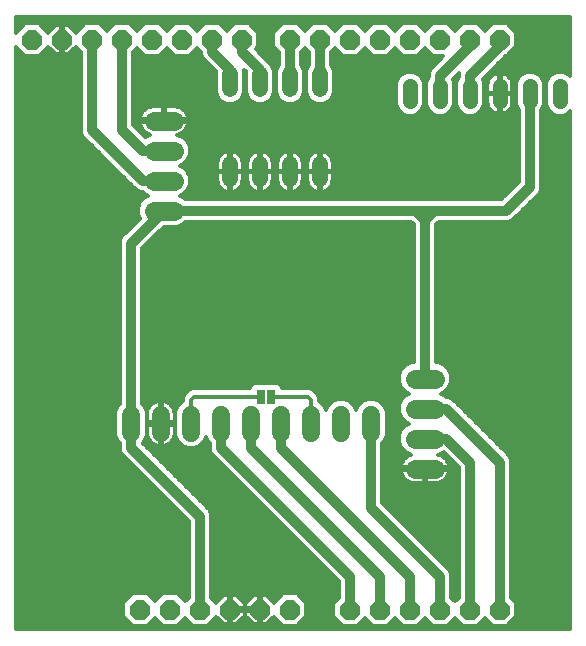
<source format=gbl>
G75*
G70*
%OFA0B0*%
%FSLAX24Y24*%
%IPPOS*%
%LPD*%
%AMOC8*
5,1,8,0,0,1.08239X$1,22.5*
%
%ADD10OC8,0.0660*%
%ADD11C,0.0515*%
%ADD12C,0.0645*%
%ADD13C,0.0520*%
%ADD14C,0.0600*%
%ADD15R,0.0250X0.0500*%
%ADD16C,0.0120*%
%ADD17C,0.0320*%
D10*
X015701Y004165D03*
X016701Y004165D03*
X017701Y004165D03*
X018701Y004165D03*
X019701Y004165D03*
X020701Y004165D03*
X022701Y004165D03*
X023701Y004165D03*
X024701Y004165D03*
X025701Y004165D03*
X026701Y004165D03*
X027701Y004165D03*
X027701Y023165D03*
X026701Y023165D03*
X025701Y023165D03*
X024701Y023165D03*
X023701Y023165D03*
X022701Y023165D03*
X021701Y023165D03*
X020701Y023165D03*
X019101Y023165D03*
X018101Y023165D03*
X017101Y023165D03*
X016101Y023165D03*
X015101Y023165D03*
X014101Y023165D03*
X013101Y023165D03*
X012101Y023165D03*
D11*
X024701Y021622D02*
X024701Y021107D01*
X025701Y021107D02*
X025701Y021622D01*
X026701Y021622D02*
X026701Y021107D01*
X027701Y021107D02*
X027701Y021622D01*
X028701Y021622D02*
X028701Y021107D01*
X029701Y021107D02*
X029701Y021622D01*
D12*
X025524Y011865D02*
X024879Y011865D01*
X024879Y010865D02*
X025524Y010865D01*
X025524Y009865D02*
X024879Y009865D01*
X024879Y008865D02*
X025524Y008865D01*
X016824Y017465D02*
X016179Y017465D01*
X016179Y018465D02*
X016824Y018465D01*
X016824Y019465D02*
X016179Y019465D01*
X016179Y020465D02*
X016824Y020465D01*
D13*
X018701Y021505D02*
X018701Y022025D01*
X019701Y022025D02*
X019701Y021505D01*
X020701Y021505D02*
X020701Y022025D01*
X021701Y022025D02*
X021701Y021505D01*
X021701Y019025D02*
X021701Y018505D01*
X020701Y018505D02*
X020701Y019025D01*
X019701Y019025D02*
X019701Y018505D01*
X018701Y018505D02*
X018701Y019025D01*
D14*
X018401Y010665D02*
X018401Y010065D01*
X017401Y010065D02*
X017401Y010665D01*
X016401Y010665D02*
X016401Y010065D01*
X015401Y010065D02*
X015401Y010665D01*
X019401Y010665D02*
X019401Y010065D01*
X020401Y010065D02*
X020401Y010665D01*
X021401Y010665D02*
X021401Y010065D01*
X022401Y010065D02*
X022401Y010665D01*
X023401Y010665D02*
X023401Y010065D01*
D15*
X020078Y011265D03*
X019724Y011265D03*
D16*
X011561Y003525D02*
X011561Y022927D01*
X011873Y022615D01*
X012329Y022615D01*
X012644Y022929D01*
X012898Y022675D01*
X013063Y022675D01*
X013063Y023126D01*
X013140Y023126D01*
X013140Y022675D01*
X013304Y022675D01*
X013559Y022929D01*
X013721Y022767D01*
X013721Y020240D01*
X013721Y020089D01*
X013779Y019949D01*
X015479Y018249D01*
X015586Y018143D01*
X015725Y018085D01*
X015791Y018085D01*
X015871Y018005D01*
X015968Y017965D01*
X015871Y017925D01*
X015719Y017772D01*
X015636Y017573D01*
X015636Y017357D01*
X015700Y017201D01*
X015079Y016580D01*
X015021Y016440D01*
X015021Y016289D01*
X015021Y011020D01*
X014960Y010959D01*
X014881Y010768D01*
X014881Y009961D01*
X014960Y009770D01*
X015021Y009709D01*
X015021Y009489D01*
X015079Y009349D01*
X015186Y009243D01*
X017321Y007107D01*
X017321Y004563D01*
X017201Y004442D01*
X016929Y004715D01*
X016473Y004715D01*
X016201Y004442D01*
X015929Y004715D01*
X015473Y004715D01*
X015151Y004393D01*
X015151Y003937D01*
X015473Y003615D01*
X015929Y003615D01*
X016201Y003887D01*
X016473Y003615D01*
X016929Y003615D01*
X017201Y003887D01*
X017473Y003615D01*
X017929Y003615D01*
X018244Y003929D01*
X018498Y003675D01*
X018663Y003675D01*
X018663Y004126D01*
X018740Y004126D01*
X018740Y004203D01*
X019191Y004203D01*
X019191Y004368D01*
X018904Y004655D01*
X018740Y004655D01*
X018740Y004203D01*
X018663Y004203D01*
X018663Y004655D01*
X018498Y004655D01*
X018244Y004400D01*
X018081Y004563D01*
X018081Y007189D01*
X018081Y007340D01*
X018023Y007480D01*
X015787Y009716D01*
X015842Y009770D01*
X015921Y009961D01*
X015921Y010768D01*
X015842Y010959D01*
X015781Y011020D01*
X015781Y016207D01*
X016496Y016922D01*
X016932Y016922D01*
X017131Y017005D01*
X017211Y017085D01*
X024744Y017085D01*
X024821Y017007D01*
X024821Y012407D01*
X024771Y012407D01*
X024571Y012325D01*
X024419Y012172D01*
X024336Y011973D01*
X024336Y011757D01*
X024419Y011557D01*
X024571Y011405D01*
X024668Y011365D01*
X024571Y011325D01*
X024419Y011172D01*
X024336Y010973D01*
X024336Y010757D01*
X024419Y010557D01*
X024571Y010405D01*
X024668Y010365D01*
X024571Y010325D01*
X024419Y010172D01*
X024336Y009973D01*
X024336Y009757D01*
X024419Y009557D01*
X024571Y009405D01*
X024751Y009330D01*
X024693Y009312D01*
X024626Y009277D01*
X024564Y009233D01*
X024511Y009179D01*
X024466Y009118D01*
X024431Y009050D01*
X024408Y008978D01*
X024398Y008912D01*
X025153Y008912D01*
X025153Y008817D01*
X024398Y008817D01*
X024408Y008752D01*
X024431Y008679D01*
X024466Y008612D01*
X024511Y008550D01*
X024564Y008497D01*
X024626Y008452D01*
X024693Y008418D01*
X024766Y008394D01*
X024841Y008382D01*
X025154Y008382D01*
X025154Y008817D01*
X025249Y008817D01*
X025249Y008912D01*
X026005Y008912D01*
X025994Y008978D01*
X025971Y009050D01*
X025936Y009118D01*
X025892Y009179D01*
X025838Y009233D01*
X025776Y009277D01*
X025709Y009312D01*
X025651Y009330D01*
X025826Y009403D01*
X026321Y008907D01*
X026321Y004563D01*
X026201Y004442D01*
X026081Y004563D01*
X026081Y005340D01*
X026023Y005480D01*
X025916Y005587D01*
X023781Y007722D01*
X023781Y009709D01*
X023842Y009770D01*
X023921Y009961D01*
X023921Y010768D01*
X023842Y010959D01*
X023696Y011106D01*
X023505Y011185D01*
X023298Y011185D01*
X023107Y011106D01*
X022960Y010959D01*
X022901Y010816D01*
X022842Y010959D01*
X022696Y011106D01*
X022505Y011185D01*
X022298Y011185D01*
X022107Y011106D01*
X021960Y010959D01*
X021901Y010816D01*
X021842Y010959D01*
X021696Y011106D01*
X021681Y011112D01*
X021681Y011220D01*
X021638Y011323D01*
X021538Y011423D01*
X021460Y011502D01*
X021357Y011545D01*
X020423Y011545D01*
X020423Y011606D01*
X020294Y011735D01*
X019940Y011735D01*
X019508Y011735D01*
X019379Y011606D01*
X019379Y011545D01*
X017445Y011545D01*
X017342Y011502D01*
X017264Y011423D01*
X017164Y011323D01*
X017121Y011220D01*
X017121Y011112D01*
X017107Y011106D01*
X016960Y010959D01*
X016881Y010768D01*
X016881Y009961D01*
X016960Y009770D01*
X017107Y009624D01*
X017298Y009545D01*
X017505Y009545D01*
X017696Y009624D01*
X017842Y009770D01*
X017901Y009913D01*
X017960Y009770D01*
X018021Y009709D01*
X018021Y009489D01*
X018079Y009349D01*
X018186Y009243D01*
X022321Y005107D01*
X022321Y004562D01*
X022151Y004393D01*
X022151Y003937D01*
X022473Y003615D01*
X022929Y003615D01*
X023201Y003887D01*
X023473Y003615D01*
X023929Y003615D01*
X024201Y003887D01*
X024473Y003615D01*
X024929Y003615D01*
X025201Y003887D01*
X025473Y003615D01*
X025929Y003615D01*
X026201Y003887D01*
X026473Y003615D01*
X026929Y003615D01*
X027201Y003887D01*
X027473Y003615D01*
X027929Y003615D01*
X028251Y003937D01*
X028251Y004393D01*
X028081Y004563D01*
X028081Y008989D01*
X028081Y009140D01*
X028023Y009280D01*
X026223Y011080D01*
X026116Y011187D01*
X025977Y011245D01*
X025911Y011245D01*
X025831Y011325D01*
X025734Y011365D01*
X025831Y011405D01*
X025984Y011557D01*
X026066Y011757D01*
X026066Y011973D01*
X025984Y012172D01*
X025831Y012325D01*
X025632Y012407D01*
X025581Y012407D01*
X025581Y017007D01*
X025659Y017085D01*
X027977Y017085D01*
X028116Y017143D01*
X028223Y017249D01*
X029023Y018049D01*
X029081Y018189D01*
X029081Y018340D01*
X029081Y020812D01*
X029106Y020837D01*
X029179Y021012D01*
X029179Y021717D01*
X029106Y021893D01*
X028972Y022027D01*
X028796Y022100D01*
X028606Y022100D01*
X028431Y022027D01*
X028296Y021893D01*
X028224Y021717D01*
X028224Y021012D01*
X028296Y020837D01*
X028321Y020812D01*
X028321Y018422D01*
X027744Y017845D01*
X025577Y017845D01*
X025425Y017845D01*
X025277Y017845D01*
X024977Y017845D01*
X024825Y017845D01*
X017211Y017845D01*
X017131Y017925D01*
X017034Y017965D01*
X017131Y018005D01*
X017284Y018157D01*
X017366Y018357D01*
X017366Y018573D01*
X017284Y018772D01*
X017131Y018925D01*
X017034Y018965D01*
X017131Y019005D01*
X017284Y019157D01*
X017366Y019357D01*
X017366Y019573D01*
X017284Y019772D01*
X017131Y019925D01*
X016951Y019999D01*
X017009Y020018D01*
X017076Y020052D01*
X017138Y020097D01*
X017192Y020150D01*
X017236Y020212D01*
X017271Y020279D01*
X017294Y020352D01*
X017305Y020417D01*
X016549Y020417D01*
X016549Y020512D01*
X017305Y020512D01*
X017294Y020578D01*
X017271Y020650D01*
X017236Y020718D01*
X017192Y020779D01*
X017138Y020833D01*
X017076Y020877D01*
X017009Y020912D01*
X016937Y020935D01*
X016862Y020947D01*
X016549Y020947D01*
X016549Y020512D01*
X016454Y020512D01*
X016454Y020947D01*
X016141Y020947D01*
X016066Y020935D01*
X015993Y020912D01*
X015926Y020877D01*
X015864Y020833D01*
X015811Y020779D01*
X015766Y020718D01*
X015731Y020650D01*
X015708Y020578D01*
X015698Y020512D01*
X016453Y020512D01*
X016453Y020417D01*
X015698Y020417D01*
X015708Y020352D01*
X015731Y020279D01*
X015766Y020212D01*
X015811Y020150D01*
X015864Y020097D01*
X015926Y020052D01*
X015993Y020018D01*
X016051Y019999D01*
X015876Y019927D01*
X015481Y020322D01*
X015481Y022767D01*
X015601Y022887D01*
X015873Y022615D01*
X016329Y022615D01*
X016601Y022887D01*
X016873Y022615D01*
X017329Y022615D01*
X017601Y022887D01*
X017721Y022767D01*
X017721Y022689D01*
X017779Y022549D01*
X017886Y022443D01*
X018221Y022107D01*
X018221Y021409D01*
X018294Y021233D01*
X018429Y021098D01*
X018606Y021025D01*
X018797Y021025D01*
X018973Y021098D01*
X019108Y021233D01*
X019181Y021409D01*
X019181Y022120D01*
X019162Y022167D01*
X019221Y022107D01*
X019221Y021409D01*
X019294Y021233D01*
X019429Y021098D01*
X019606Y021025D01*
X019797Y021025D01*
X019973Y021098D01*
X020108Y021233D01*
X020181Y021409D01*
X020181Y022120D01*
X020108Y022297D01*
X019973Y022432D01*
X019971Y022433D01*
X019559Y022845D01*
X019651Y022937D01*
X019651Y023393D01*
X019329Y023715D01*
X018873Y023715D01*
X018601Y023442D01*
X018329Y023715D01*
X017873Y023715D01*
X017601Y023442D01*
X017329Y023715D01*
X016873Y023715D01*
X016601Y023442D01*
X016329Y023715D01*
X015873Y023715D01*
X015601Y023442D01*
X015329Y023715D01*
X014873Y023715D01*
X014601Y023442D01*
X014329Y023715D01*
X013873Y023715D01*
X013559Y023400D01*
X013304Y023655D01*
X013140Y023655D01*
X013140Y023203D01*
X013063Y023203D01*
X013063Y023655D01*
X012898Y023655D01*
X012644Y023400D01*
X012329Y023715D01*
X011873Y023715D01*
X011561Y023402D01*
X011561Y023905D01*
X030041Y023905D01*
X030041Y021957D01*
X029972Y022027D01*
X029796Y022100D01*
X029606Y022100D01*
X029431Y022027D01*
X029296Y021893D01*
X029224Y021717D01*
X029224Y021012D01*
X029296Y020837D01*
X029431Y020702D01*
X029606Y020630D01*
X029796Y020630D01*
X029972Y020702D01*
X030041Y020772D01*
X030041Y003525D01*
X011561Y003525D01*
X011561Y003639D02*
X015449Y003639D01*
X015331Y003757D02*
X011561Y003757D01*
X011561Y003876D02*
X015212Y003876D01*
X015151Y003995D02*
X011561Y003995D01*
X011561Y004113D02*
X015151Y004113D01*
X015151Y004232D02*
X011561Y004232D01*
X011561Y004350D02*
X015151Y004350D01*
X015227Y004469D02*
X011561Y004469D01*
X011561Y004587D02*
X015346Y004587D01*
X015464Y004706D02*
X011561Y004706D01*
X011561Y004824D02*
X017321Y004824D01*
X017321Y004706D02*
X016938Y004706D01*
X017056Y004587D02*
X017321Y004587D01*
X017227Y004469D02*
X017175Y004469D01*
X017321Y004943D02*
X011561Y004943D01*
X011561Y005061D02*
X017321Y005061D01*
X017321Y005180D02*
X011561Y005180D01*
X011561Y005299D02*
X017321Y005299D01*
X017321Y005417D02*
X011561Y005417D01*
X011561Y005536D02*
X017321Y005536D01*
X017321Y005654D02*
X011561Y005654D01*
X011561Y005773D02*
X017321Y005773D01*
X017321Y005891D02*
X011561Y005891D01*
X011561Y006010D02*
X017321Y006010D01*
X017321Y006128D02*
X011561Y006128D01*
X011561Y006247D02*
X017321Y006247D01*
X017321Y006365D02*
X011561Y006365D01*
X011561Y006484D02*
X017321Y006484D01*
X017321Y006602D02*
X011561Y006602D01*
X011561Y006721D02*
X017321Y006721D01*
X017321Y006840D02*
X011561Y006840D01*
X011561Y006958D02*
X017321Y006958D01*
X017321Y007077D02*
X011561Y007077D01*
X011561Y007195D02*
X017233Y007195D01*
X017115Y007314D02*
X011561Y007314D01*
X011561Y007432D02*
X016996Y007432D01*
X016878Y007551D02*
X011561Y007551D01*
X011561Y007669D02*
X016759Y007669D01*
X016640Y007788D02*
X011561Y007788D01*
X011561Y007906D02*
X016522Y007906D01*
X016403Y008025D02*
X011561Y008025D01*
X011561Y008144D02*
X016285Y008144D01*
X016166Y008262D02*
X011561Y008262D01*
X011561Y008381D02*
X016048Y008381D01*
X015929Y008499D02*
X011561Y008499D01*
X011561Y008618D02*
X015811Y008618D01*
X015692Y008736D02*
X011561Y008736D01*
X011561Y008855D02*
X015574Y008855D01*
X015455Y008973D02*
X011561Y008973D01*
X011561Y009092D02*
X015336Y009092D01*
X015218Y009210D02*
X011561Y009210D01*
X011561Y009329D02*
X015099Y009329D01*
X015186Y009243D02*
X015186Y009243D01*
X015038Y009448D02*
X011561Y009448D01*
X011561Y009566D02*
X015021Y009566D01*
X015021Y009685D02*
X011561Y009685D01*
X011561Y009803D02*
X014947Y009803D01*
X014897Y009922D02*
X011561Y009922D01*
X011561Y010040D02*
X014881Y010040D01*
X014881Y010159D02*
X011561Y010159D01*
X011561Y010277D02*
X014881Y010277D01*
X014881Y010396D02*
X011561Y010396D01*
X011561Y010514D02*
X014881Y010514D01*
X014881Y010633D02*
X011561Y010633D01*
X011561Y010751D02*
X014881Y010751D01*
X014923Y010870D02*
X011561Y010870D01*
X011561Y010989D02*
X014990Y010989D01*
X015021Y011107D02*
X011561Y011107D01*
X011561Y011226D02*
X015021Y011226D01*
X015021Y011344D02*
X011561Y011344D01*
X011561Y011463D02*
X015021Y011463D01*
X015021Y011581D02*
X011561Y011581D01*
X011561Y011700D02*
X015021Y011700D01*
X015021Y011818D02*
X011561Y011818D01*
X011561Y011937D02*
X015021Y011937D01*
X015021Y012055D02*
X011561Y012055D01*
X011561Y012174D02*
X015021Y012174D01*
X015021Y012293D02*
X011561Y012293D01*
X011561Y012411D02*
X015021Y012411D01*
X015021Y012530D02*
X011561Y012530D01*
X011561Y012648D02*
X015021Y012648D01*
X015021Y012767D02*
X011561Y012767D01*
X011561Y012885D02*
X015021Y012885D01*
X015021Y013004D02*
X011561Y013004D01*
X011561Y013122D02*
X015021Y013122D01*
X015021Y013241D02*
X011561Y013241D01*
X011561Y013359D02*
X015021Y013359D01*
X015021Y013478D02*
X011561Y013478D01*
X011561Y013597D02*
X015021Y013597D01*
X015021Y013715D02*
X011561Y013715D01*
X011561Y013834D02*
X015021Y013834D01*
X015021Y013952D02*
X011561Y013952D01*
X011561Y014071D02*
X015021Y014071D01*
X015021Y014189D02*
X011561Y014189D01*
X011561Y014308D02*
X015021Y014308D01*
X015021Y014426D02*
X011561Y014426D01*
X011561Y014545D02*
X015021Y014545D01*
X015021Y014663D02*
X011561Y014663D01*
X011561Y014782D02*
X015021Y014782D01*
X015021Y014901D02*
X011561Y014901D01*
X011561Y015019D02*
X015021Y015019D01*
X015021Y015138D02*
X011561Y015138D01*
X011561Y015256D02*
X015021Y015256D01*
X015021Y015375D02*
X011561Y015375D01*
X011561Y015493D02*
X015021Y015493D01*
X015021Y015612D02*
X011561Y015612D01*
X011561Y015730D02*
X015021Y015730D01*
X015021Y015849D02*
X011561Y015849D01*
X011561Y015967D02*
X015021Y015967D01*
X015021Y016086D02*
X011561Y016086D01*
X011561Y016204D02*
X015021Y016204D01*
X015021Y016323D02*
X011561Y016323D01*
X011561Y016442D02*
X015022Y016442D01*
X015071Y016560D02*
X011561Y016560D01*
X011561Y016679D02*
X015178Y016679D01*
X015296Y016797D02*
X011561Y016797D01*
X011561Y016916D02*
X015415Y016916D01*
X015533Y017034D02*
X011561Y017034D01*
X011561Y017153D02*
X015652Y017153D01*
X015671Y017271D02*
X011561Y017271D01*
X011561Y017390D02*
X015636Y017390D01*
X015636Y017508D02*
X011561Y017508D01*
X011561Y017627D02*
X015659Y017627D01*
X015708Y017746D02*
X011561Y017746D01*
X011561Y017864D02*
X015811Y017864D01*
X015925Y017983D02*
X011561Y017983D01*
X011561Y018101D02*
X015686Y018101D01*
X015509Y018220D02*
X011561Y018220D01*
X011561Y018338D02*
X015390Y018338D01*
X015272Y018457D02*
X011561Y018457D01*
X011561Y018575D02*
X015153Y018575D01*
X015034Y018694D02*
X011561Y018694D01*
X011561Y018812D02*
X014916Y018812D01*
X014797Y018931D02*
X011561Y018931D01*
X011561Y019050D02*
X014679Y019050D01*
X014560Y019168D02*
X011561Y019168D01*
X011561Y019287D02*
X014442Y019287D01*
X014323Y019405D02*
X011561Y019405D01*
X011561Y019524D02*
X014205Y019524D01*
X014086Y019642D02*
X011561Y019642D01*
X011561Y019761D02*
X013968Y019761D01*
X013849Y019879D02*
X011561Y019879D01*
X011561Y019998D02*
X013759Y019998D01*
X013721Y020116D02*
X011561Y020116D01*
X011561Y020235D02*
X013721Y020235D01*
X013721Y020354D02*
X011561Y020354D01*
X011561Y020472D02*
X013721Y020472D01*
X013721Y020591D02*
X011561Y020591D01*
X011561Y020709D02*
X013721Y020709D01*
X013721Y020828D02*
X011561Y020828D01*
X011561Y020946D02*
X013721Y020946D01*
X013721Y021065D02*
X011561Y021065D01*
X011561Y021183D02*
X013721Y021183D01*
X013721Y021302D02*
X011561Y021302D01*
X011561Y021420D02*
X013721Y021420D01*
X013721Y021539D02*
X011561Y021539D01*
X011561Y021657D02*
X013721Y021657D01*
X013721Y021776D02*
X011561Y021776D01*
X011561Y021895D02*
X013721Y021895D01*
X013721Y022013D02*
X011561Y022013D01*
X011561Y022132D02*
X013721Y022132D01*
X013721Y022250D02*
X011561Y022250D01*
X011561Y022369D02*
X013721Y022369D01*
X013721Y022487D02*
X011561Y022487D01*
X011561Y022606D02*
X013721Y022606D01*
X013721Y022724D02*
X013354Y022724D01*
X013472Y022843D02*
X013645Y022843D01*
X013140Y022843D02*
X013063Y022843D01*
X013063Y022961D02*
X013140Y022961D01*
X013140Y023080D02*
X013063Y023080D01*
X013063Y023317D02*
X013140Y023317D01*
X013140Y023436D02*
X013063Y023436D01*
X013063Y023554D02*
X013140Y023554D01*
X013405Y023554D02*
X013713Y023554D01*
X013831Y023673D02*
X012371Y023673D01*
X012489Y023554D02*
X012798Y023554D01*
X012679Y023436D02*
X012608Y023436D01*
X012557Y022843D02*
X012730Y022843D01*
X012849Y022724D02*
X012439Y022724D01*
X013063Y022724D02*
X013140Y022724D01*
X013523Y023436D02*
X013594Y023436D01*
X014371Y023673D02*
X014831Y023673D01*
X014713Y023554D02*
X014489Y023554D01*
X015371Y023673D02*
X015831Y023673D01*
X015713Y023554D02*
X015489Y023554D01*
X015557Y022843D02*
X015645Y022843D01*
X015764Y022724D02*
X015481Y022724D01*
X015481Y022606D02*
X017756Y022606D01*
X017721Y022724D02*
X017439Y022724D01*
X017557Y022843D02*
X017645Y022843D01*
X017841Y022487D02*
X015481Y022487D01*
X015481Y022369D02*
X017960Y022369D01*
X018078Y022250D02*
X015481Y022250D01*
X015481Y022132D02*
X018197Y022132D01*
X018221Y022013D02*
X015481Y022013D01*
X015481Y021895D02*
X018221Y021895D01*
X018221Y021776D02*
X015481Y021776D01*
X015481Y021657D02*
X018221Y021657D01*
X018221Y021539D02*
X015481Y021539D01*
X015481Y021420D02*
X018221Y021420D01*
X018266Y021302D02*
X015481Y021302D01*
X015481Y021183D02*
X018344Y021183D01*
X018509Y021065D02*
X015481Y021065D01*
X015481Y020946D02*
X016134Y020946D01*
X015859Y020828D02*
X015481Y020828D01*
X015481Y020709D02*
X015762Y020709D01*
X015712Y020591D02*
X015481Y020591D01*
X015481Y020472D02*
X016453Y020472D01*
X016549Y020472D02*
X028321Y020472D01*
X028321Y020354D02*
X017294Y020354D01*
X017248Y020235D02*
X028321Y020235D01*
X028321Y020116D02*
X017158Y020116D01*
X016954Y019998D02*
X028321Y019998D01*
X028321Y019879D02*
X017176Y019879D01*
X017288Y019761D02*
X028321Y019761D01*
X028321Y019642D02*
X017337Y019642D01*
X017366Y019524D02*
X028321Y019524D01*
X028321Y019405D02*
X021879Y019405D01*
X021862Y019414D02*
X021799Y019434D01*
X021734Y019445D01*
X021721Y019445D01*
X021721Y018785D01*
X021681Y018785D01*
X021681Y019445D01*
X021668Y019445D01*
X021603Y019434D01*
X021540Y019414D01*
X021481Y019384D01*
X021427Y019345D01*
X021381Y019298D01*
X021342Y019245D01*
X021312Y019186D01*
X021291Y019123D01*
X021281Y019058D01*
X021281Y018785D01*
X021681Y018785D01*
X021681Y018745D01*
X021281Y018745D01*
X021281Y018472D01*
X021291Y018406D01*
X021312Y018343D01*
X021342Y018285D01*
X021381Y018231D01*
X021427Y018184D01*
X021481Y018146D01*
X021540Y018116D01*
X021603Y018095D01*
X021668Y018085D01*
X021681Y018085D01*
X021681Y018744D01*
X021721Y018744D01*
X021721Y018085D01*
X021734Y018085D01*
X021799Y018095D01*
X021862Y018116D01*
X021921Y018146D01*
X021975Y018184D01*
X022021Y018231D01*
X022060Y018285D01*
X022090Y018343D01*
X022111Y018406D01*
X022121Y018472D01*
X022121Y018745D01*
X021721Y018745D01*
X021721Y018785D01*
X022121Y018785D01*
X022121Y019058D01*
X022111Y019123D01*
X022090Y019186D01*
X022060Y019245D01*
X022021Y019298D01*
X021975Y019345D01*
X021921Y019384D01*
X021862Y019414D01*
X021721Y019405D02*
X021681Y019405D01*
X021681Y019287D02*
X021721Y019287D01*
X021721Y019168D02*
X021681Y019168D01*
X021681Y019050D02*
X021721Y019050D01*
X021721Y018931D02*
X021681Y018931D01*
X021681Y018812D02*
X021721Y018812D01*
X021721Y018694D02*
X021681Y018694D01*
X021681Y018575D02*
X021721Y018575D01*
X021721Y018457D02*
X021681Y018457D01*
X021681Y018338D02*
X021721Y018338D01*
X021721Y018220D02*
X021681Y018220D01*
X021681Y018101D02*
X021721Y018101D01*
X021818Y018101D02*
X028000Y018101D01*
X027882Y017983D02*
X017077Y017983D01*
X017191Y017864D02*
X027763Y017864D01*
X028119Y018220D02*
X022010Y018220D01*
X022088Y018338D02*
X028237Y018338D01*
X028321Y018457D02*
X022119Y018457D01*
X022121Y018575D02*
X028321Y018575D01*
X028321Y018694D02*
X022121Y018694D01*
X022121Y018812D02*
X028321Y018812D01*
X028321Y018931D02*
X022121Y018931D01*
X022121Y019050D02*
X028321Y019050D01*
X028321Y019168D02*
X022096Y019168D01*
X022030Y019287D02*
X028321Y019287D01*
X029081Y019287D02*
X030041Y019287D01*
X030041Y019405D02*
X029081Y019405D01*
X029081Y019524D02*
X030041Y019524D01*
X030041Y019642D02*
X029081Y019642D01*
X029081Y019761D02*
X030041Y019761D01*
X030041Y019879D02*
X029081Y019879D01*
X029081Y019998D02*
X030041Y019998D01*
X030041Y020116D02*
X029081Y020116D01*
X029081Y020235D02*
X030041Y020235D01*
X030041Y020354D02*
X029081Y020354D01*
X029081Y020472D02*
X030041Y020472D01*
X030041Y020591D02*
X029081Y020591D01*
X029081Y020709D02*
X029424Y020709D01*
X029305Y020828D02*
X029097Y020828D01*
X029151Y020946D02*
X029251Y020946D01*
X029224Y021065D02*
X029179Y021065D01*
X029179Y021183D02*
X029224Y021183D01*
X029224Y021302D02*
X029179Y021302D01*
X029179Y021420D02*
X029224Y021420D01*
X029224Y021539D02*
X029179Y021539D01*
X029179Y021657D02*
X029224Y021657D01*
X029248Y021776D02*
X029154Y021776D01*
X029104Y021895D02*
X029298Y021895D01*
X029417Y022013D02*
X028985Y022013D01*
X028417Y022013D02*
X027849Y022013D01*
X027861Y022009D02*
X027799Y022029D01*
X027734Y022040D01*
X027720Y022040D01*
X027720Y021384D01*
X027682Y021384D01*
X027682Y022040D01*
X027668Y022040D01*
X027603Y022029D01*
X027541Y022009D01*
X027482Y021979D01*
X027429Y021941D01*
X027383Y021894D01*
X027344Y021841D01*
X027314Y021782D01*
X027294Y021720D01*
X027284Y021655D01*
X027284Y021383D01*
X027682Y021383D01*
X027682Y021346D01*
X027284Y021346D01*
X027284Y021074D01*
X027294Y021009D01*
X027314Y020947D01*
X027344Y020888D01*
X027383Y020835D01*
X027429Y020789D01*
X027482Y020750D01*
X027541Y020720D01*
X027603Y020700D01*
X027668Y020690D01*
X027682Y020690D01*
X027682Y021346D01*
X027720Y021346D01*
X027720Y021383D01*
X028119Y021383D01*
X028119Y021655D01*
X028108Y021720D01*
X028088Y021782D01*
X028058Y021841D01*
X028020Y021894D01*
X027973Y021941D01*
X027920Y021979D01*
X027861Y022009D01*
X027720Y022013D02*
X027682Y022013D01*
X027682Y021895D02*
X027720Y021895D01*
X027720Y021776D02*
X027682Y021776D01*
X027682Y021657D02*
X027720Y021657D01*
X027720Y021539D02*
X027682Y021539D01*
X027682Y021420D02*
X027720Y021420D01*
X027720Y021346D02*
X028119Y021346D01*
X028119Y021074D01*
X028108Y021009D01*
X028088Y020947D01*
X028058Y020888D01*
X028020Y020835D01*
X027973Y020789D01*
X027920Y020750D01*
X027861Y020720D01*
X027799Y020700D01*
X027734Y020690D01*
X027720Y020690D01*
X027720Y021346D01*
X027720Y021302D02*
X027682Y021302D01*
X027682Y021183D02*
X027720Y021183D01*
X027720Y021065D02*
X027682Y021065D01*
X027682Y020946D02*
X027720Y020946D01*
X027720Y020828D02*
X027682Y020828D01*
X027682Y020709D02*
X027720Y020709D01*
X027827Y020709D02*
X028321Y020709D01*
X028321Y020591D02*
X017290Y020591D01*
X017241Y020709D02*
X024424Y020709D01*
X024431Y020702D02*
X024606Y020630D01*
X024796Y020630D01*
X024972Y020702D01*
X025106Y020837D01*
X025179Y021012D01*
X025179Y021717D01*
X025106Y021893D01*
X024972Y022027D01*
X024796Y022100D01*
X024606Y022100D01*
X024431Y022027D01*
X024296Y021893D01*
X024224Y021717D01*
X024224Y021012D01*
X024296Y020837D01*
X024431Y020702D01*
X024305Y020828D02*
X017143Y020828D01*
X016868Y020946D02*
X024251Y020946D01*
X024224Y021065D02*
X021893Y021065D01*
X021973Y021098D02*
X022108Y021233D01*
X022181Y021409D01*
X022181Y022120D01*
X022108Y022297D01*
X022081Y022324D01*
X022081Y022767D01*
X022201Y022887D01*
X022473Y022615D01*
X022929Y022615D01*
X023201Y022887D01*
X023473Y022615D01*
X023929Y022615D01*
X024201Y022887D01*
X024473Y022615D01*
X024929Y022615D01*
X025201Y022887D01*
X025473Y022615D01*
X025814Y022615D01*
X025486Y022287D01*
X025379Y022180D01*
X025321Y022040D01*
X025321Y021917D01*
X025296Y021893D01*
X025224Y021717D01*
X025224Y021012D01*
X025296Y020837D01*
X025431Y020702D01*
X025606Y020630D01*
X025796Y020630D01*
X025972Y020702D01*
X026106Y020837D01*
X026179Y021012D01*
X026179Y021717D01*
X026124Y021850D01*
X026326Y022052D01*
X026321Y022040D01*
X026321Y021917D01*
X026296Y021893D01*
X026224Y021717D01*
X026224Y021012D01*
X026296Y020837D01*
X026431Y020702D01*
X026606Y020630D01*
X026796Y020630D01*
X026972Y020702D01*
X027106Y020837D01*
X027179Y021012D01*
X027179Y021717D01*
X027124Y021850D01*
X027889Y022615D01*
X027929Y022615D01*
X028251Y022937D01*
X028251Y023393D01*
X027929Y023715D01*
X027473Y023715D01*
X027201Y023442D01*
X026929Y023715D01*
X026473Y023715D01*
X026201Y023442D01*
X025929Y023715D01*
X025473Y023715D01*
X025201Y023442D01*
X024929Y023715D01*
X024473Y023715D01*
X024201Y023442D01*
X023929Y023715D01*
X023473Y023715D01*
X023201Y023442D01*
X022929Y023715D01*
X022473Y023715D01*
X022201Y023442D01*
X021929Y023715D01*
X021473Y023715D01*
X021201Y023442D01*
X020929Y023715D01*
X020473Y023715D01*
X020151Y023393D01*
X020151Y022937D01*
X020321Y022767D01*
X020321Y022324D01*
X020294Y022297D01*
X020221Y022120D01*
X020221Y021409D01*
X020294Y021233D01*
X020429Y021098D01*
X020606Y021025D01*
X020797Y021025D01*
X020973Y021098D01*
X021108Y021233D01*
X021181Y021409D01*
X021181Y022120D01*
X021108Y022297D01*
X021081Y022324D01*
X021081Y022767D01*
X021201Y022887D01*
X021321Y022767D01*
X021321Y022324D01*
X021294Y022297D01*
X021221Y022120D01*
X021221Y021409D01*
X021294Y021233D01*
X021429Y021098D01*
X021606Y021025D01*
X021797Y021025D01*
X021973Y021098D01*
X022059Y021183D02*
X024224Y021183D01*
X024224Y021302D02*
X022137Y021302D01*
X022181Y021420D02*
X024224Y021420D01*
X024224Y021539D02*
X022181Y021539D01*
X022181Y021657D02*
X024224Y021657D01*
X024248Y021776D02*
X022181Y021776D01*
X022181Y021895D02*
X024298Y021895D01*
X024417Y022013D02*
X022181Y022013D01*
X022176Y022132D02*
X025359Y022132D01*
X025321Y022013D02*
X024985Y022013D01*
X025104Y021895D02*
X025298Y021895D01*
X025248Y021776D02*
X025154Y021776D01*
X025179Y021657D02*
X025224Y021657D01*
X025224Y021539D02*
X025179Y021539D01*
X025179Y021420D02*
X025224Y021420D01*
X025224Y021302D02*
X025179Y021302D01*
X025179Y021183D02*
X025224Y021183D01*
X025224Y021065D02*
X025179Y021065D01*
X025151Y020946D02*
X025251Y020946D01*
X025305Y020828D02*
X025097Y020828D01*
X024978Y020709D02*
X025424Y020709D01*
X025978Y020709D02*
X026424Y020709D01*
X026305Y020828D02*
X026097Y020828D01*
X026151Y020946D02*
X026251Y020946D01*
X026224Y021065D02*
X026179Y021065D01*
X026179Y021183D02*
X026224Y021183D01*
X026224Y021302D02*
X026179Y021302D01*
X026179Y021420D02*
X026224Y021420D01*
X026224Y021539D02*
X026179Y021539D01*
X026179Y021657D02*
X026224Y021657D01*
X026248Y021776D02*
X026154Y021776D01*
X026168Y021895D02*
X026298Y021895D01*
X026287Y022013D02*
X026321Y022013D01*
X025805Y022606D02*
X022081Y022606D01*
X022081Y022724D02*
X022364Y022724D01*
X022245Y022843D02*
X022157Y022843D01*
X022081Y022487D02*
X025686Y022487D01*
X025568Y022369D02*
X022081Y022369D01*
X022127Y022250D02*
X025449Y022250D01*
X025364Y022724D02*
X025039Y022724D01*
X025157Y022843D02*
X025245Y022843D01*
X025313Y023554D02*
X025089Y023554D01*
X024971Y023673D02*
X025431Y023673D01*
X025971Y023673D02*
X026431Y023673D01*
X026313Y023554D02*
X026089Y023554D01*
X026971Y023673D02*
X027431Y023673D01*
X027313Y023554D02*
X027089Y023554D01*
X027971Y023673D02*
X030041Y023673D01*
X030041Y023791D02*
X011561Y023791D01*
X011561Y023673D02*
X011831Y023673D01*
X011713Y023554D02*
X011561Y023554D01*
X011561Y023436D02*
X011594Y023436D01*
X011561Y022843D02*
X011645Y022843D01*
X011561Y022724D02*
X011764Y022724D01*
X015481Y020354D02*
X015708Y020354D01*
X015754Y020235D02*
X015568Y020235D01*
X015687Y020116D02*
X015844Y020116D01*
X015805Y019998D02*
X016048Y019998D01*
X016454Y020591D02*
X016549Y020591D01*
X016549Y020709D02*
X016454Y020709D01*
X016454Y020828D02*
X016549Y020828D01*
X016549Y020946D02*
X016454Y020946D01*
X016439Y022724D02*
X016764Y022724D01*
X016645Y022843D02*
X016557Y022843D01*
X016489Y023554D02*
X016713Y023554D01*
X016831Y023673D02*
X016371Y023673D01*
X017371Y023673D02*
X017831Y023673D01*
X017713Y023554D02*
X017489Y023554D01*
X018371Y023673D02*
X018831Y023673D01*
X018713Y023554D02*
X018489Y023554D01*
X019371Y023673D02*
X020431Y023673D01*
X020313Y023554D02*
X019489Y023554D01*
X019608Y023436D02*
X020194Y023436D01*
X020151Y023317D02*
X019651Y023317D01*
X019651Y023199D02*
X020151Y023199D01*
X020151Y023080D02*
X019651Y023080D01*
X019651Y022961D02*
X020151Y022961D01*
X020245Y022843D02*
X019560Y022843D01*
X019679Y022724D02*
X020321Y022724D01*
X020321Y022606D02*
X019797Y022606D01*
X019916Y022487D02*
X020321Y022487D01*
X020321Y022369D02*
X020036Y022369D01*
X020127Y022250D02*
X020275Y022250D01*
X020226Y022132D02*
X020176Y022132D01*
X020181Y022013D02*
X020221Y022013D01*
X020221Y021895D02*
X020181Y021895D01*
X020181Y021776D02*
X020221Y021776D01*
X020221Y021657D02*
X020181Y021657D01*
X020181Y021539D02*
X020221Y021539D01*
X020221Y021420D02*
X020181Y021420D01*
X020137Y021302D02*
X020266Y021302D01*
X020344Y021183D02*
X020059Y021183D01*
X019893Y021065D02*
X020509Y021065D01*
X020893Y021065D02*
X021509Y021065D01*
X021344Y021183D02*
X021059Y021183D01*
X021137Y021302D02*
X021266Y021302D01*
X021221Y021420D02*
X021181Y021420D01*
X021181Y021539D02*
X021221Y021539D01*
X021221Y021657D02*
X021181Y021657D01*
X021181Y021776D02*
X021221Y021776D01*
X021221Y021895D02*
X021181Y021895D01*
X021181Y022013D02*
X021221Y022013D01*
X021226Y022132D02*
X021176Y022132D01*
X021127Y022250D02*
X021275Y022250D01*
X021321Y022369D02*
X021081Y022369D01*
X021081Y022487D02*
X021321Y022487D01*
X021321Y022606D02*
X021081Y022606D01*
X021081Y022724D02*
X021321Y022724D01*
X021245Y022843D02*
X021157Y022843D01*
X021089Y023554D02*
X021313Y023554D01*
X021431Y023673D02*
X020971Y023673D01*
X021971Y023673D02*
X022431Y023673D01*
X022313Y023554D02*
X022089Y023554D01*
X022971Y023673D02*
X023431Y023673D01*
X023313Y023554D02*
X023089Y023554D01*
X023157Y022843D02*
X023245Y022843D01*
X023364Y022724D02*
X023039Y022724D01*
X024039Y022724D02*
X024364Y022724D01*
X024245Y022843D02*
X024157Y022843D01*
X024089Y023554D02*
X024313Y023554D01*
X024431Y023673D02*
X023971Y023673D01*
X027168Y021895D02*
X027383Y021895D01*
X027312Y021776D02*
X027154Y021776D01*
X027179Y021657D02*
X027284Y021657D01*
X027284Y021539D02*
X027179Y021539D01*
X027179Y021420D02*
X027284Y021420D01*
X027284Y021302D02*
X027179Y021302D01*
X027179Y021183D02*
X027284Y021183D01*
X027285Y021065D02*
X027179Y021065D01*
X027151Y020946D02*
X027315Y020946D01*
X027390Y020828D02*
X027097Y020828D01*
X026978Y020709D02*
X027575Y020709D01*
X028012Y020828D02*
X028305Y020828D01*
X028251Y020946D02*
X028088Y020946D01*
X028117Y021065D02*
X028224Y021065D01*
X028224Y021183D02*
X028119Y021183D01*
X028119Y021302D02*
X028224Y021302D01*
X028224Y021420D02*
X028119Y021420D01*
X028119Y021539D02*
X028224Y021539D01*
X028224Y021657D02*
X028118Y021657D01*
X028090Y021776D02*
X028248Y021776D01*
X028298Y021895D02*
X028019Y021895D01*
X027553Y022013D02*
X027287Y022013D01*
X027405Y022132D02*
X030041Y022132D01*
X030041Y022250D02*
X027524Y022250D01*
X027642Y022369D02*
X030041Y022369D01*
X030041Y022487D02*
X027761Y022487D01*
X027880Y022606D02*
X030041Y022606D01*
X030041Y022724D02*
X028039Y022724D01*
X028157Y022843D02*
X030041Y022843D01*
X030041Y022961D02*
X028251Y022961D01*
X028251Y023080D02*
X030041Y023080D01*
X030041Y023199D02*
X028251Y023199D01*
X028251Y023317D02*
X030041Y023317D01*
X030041Y023436D02*
X028208Y023436D01*
X028089Y023554D02*
X030041Y023554D01*
X030041Y022013D02*
X029985Y022013D01*
X029978Y020709D02*
X030041Y020709D01*
X030041Y019168D02*
X029081Y019168D01*
X029081Y019050D02*
X030041Y019050D01*
X030041Y018931D02*
X029081Y018931D01*
X029081Y018812D02*
X030041Y018812D01*
X030041Y018694D02*
X029081Y018694D01*
X029081Y018575D02*
X030041Y018575D01*
X030041Y018457D02*
X029081Y018457D01*
X029081Y018338D02*
X030041Y018338D01*
X030041Y018220D02*
X029081Y018220D01*
X029045Y018101D02*
X030041Y018101D01*
X030041Y017983D02*
X028956Y017983D01*
X028838Y017864D02*
X030041Y017864D01*
X030041Y017746D02*
X028719Y017746D01*
X028601Y017627D02*
X030041Y017627D01*
X030041Y017508D02*
X028482Y017508D01*
X028364Y017390D02*
X030041Y017390D01*
X030041Y017271D02*
X028245Y017271D01*
X028127Y017153D02*
X030041Y017153D01*
X030041Y017034D02*
X025608Y017034D01*
X025581Y016916D02*
X030041Y016916D01*
X030041Y016797D02*
X025581Y016797D01*
X025581Y016679D02*
X030041Y016679D01*
X030041Y016560D02*
X025581Y016560D01*
X025581Y016442D02*
X030041Y016442D01*
X030041Y016323D02*
X025581Y016323D01*
X025581Y016204D02*
X030041Y016204D01*
X030041Y016086D02*
X025581Y016086D01*
X025581Y015967D02*
X030041Y015967D01*
X030041Y015849D02*
X025581Y015849D01*
X025581Y015730D02*
X030041Y015730D01*
X030041Y015612D02*
X025581Y015612D01*
X025581Y015493D02*
X030041Y015493D01*
X030041Y015375D02*
X025581Y015375D01*
X025581Y015256D02*
X030041Y015256D01*
X030041Y015138D02*
X025581Y015138D01*
X025581Y015019D02*
X030041Y015019D01*
X030041Y014901D02*
X025581Y014901D01*
X025581Y014782D02*
X030041Y014782D01*
X030041Y014663D02*
X025581Y014663D01*
X025581Y014545D02*
X030041Y014545D01*
X030041Y014426D02*
X025581Y014426D01*
X025581Y014308D02*
X030041Y014308D01*
X030041Y014189D02*
X025581Y014189D01*
X025581Y014071D02*
X030041Y014071D01*
X030041Y013952D02*
X025581Y013952D01*
X025581Y013834D02*
X030041Y013834D01*
X030041Y013715D02*
X025581Y013715D01*
X025581Y013597D02*
X030041Y013597D01*
X030041Y013478D02*
X025581Y013478D01*
X025581Y013359D02*
X030041Y013359D01*
X030041Y013241D02*
X025581Y013241D01*
X025581Y013122D02*
X030041Y013122D01*
X030041Y013004D02*
X025581Y013004D01*
X025581Y012885D02*
X030041Y012885D01*
X030041Y012767D02*
X025581Y012767D01*
X025581Y012648D02*
X030041Y012648D01*
X030041Y012530D02*
X025581Y012530D01*
X025581Y012411D02*
X030041Y012411D01*
X030041Y012293D02*
X025863Y012293D01*
X025981Y012174D02*
X030041Y012174D01*
X030041Y012055D02*
X026032Y012055D01*
X026066Y011937D02*
X030041Y011937D01*
X030041Y011818D02*
X026066Y011818D01*
X026042Y011700D02*
X030041Y011700D01*
X030041Y011581D02*
X025993Y011581D01*
X025889Y011463D02*
X030041Y011463D01*
X030041Y011344D02*
X025784Y011344D01*
X026023Y011226D02*
X030041Y011226D01*
X030041Y011107D02*
X026196Y011107D01*
X026315Y010989D02*
X030041Y010989D01*
X030041Y010870D02*
X026433Y010870D01*
X026552Y010751D02*
X030041Y010751D01*
X030041Y010633D02*
X026670Y010633D01*
X026789Y010514D02*
X030041Y010514D01*
X030041Y010396D02*
X026907Y010396D01*
X027026Y010277D02*
X030041Y010277D01*
X030041Y010159D02*
X027144Y010159D01*
X027263Y010040D02*
X030041Y010040D01*
X030041Y009922D02*
X027381Y009922D01*
X027500Y009803D02*
X030041Y009803D01*
X030041Y009685D02*
X027619Y009685D01*
X027737Y009566D02*
X030041Y009566D01*
X030041Y009448D02*
X027856Y009448D01*
X027974Y009329D02*
X030041Y009329D01*
X030041Y009210D02*
X028052Y009210D01*
X028081Y009092D02*
X030041Y009092D01*
X030041Y008973D02*
X028081Y008973D01*
X028081Y008855D02*
X030041Y008855D01*
X030041Y008736D02*
X028081Y008736D01*
X028081Y008618D02*
X030041Y008618D01*
X030041Y008499D02*
X028081Y008499D01*
X028081Y008381D02*
X030041Y008381D01*
X030041Y008262D02*
X028081Y008262D01*
X028081Y008144D02*
X030041Y008144D01*
X030041Y008025D02*
X028081Y008025D01*
X028081Y007906D02*
X030041Y007906D01*
X030041Y007788D02*
X028081Y007788D01*
X028081Y007669D02*
X030041Y007669D01*
X030041Y007551D02*
X028081Y007551D01*
X028081Y007432D02*
X030041Y007432D01*
X030041Y007314D02*
X028081Y007314D01*
X028081Y007195D02*
X030041Y007195D01*
X030041Y007077D02*
X028081Y007077D01*
X028081Y006958D02*
X030041Y006958D01*
X030041Y006840D02*
X028081Y006840D01*
X028081Y006721D02*
X030041Y006721D01*
X030041Y006602D02*
X028081Y006602D01*
X028081Y006484D02*
X030041Y006484D01*
X030041Y006365D02*
X028081Y006365D01*
X028081Y006247D02*
X030041Y006247D01*
X030041Y006128D02*
X028081Y006128D01*
X028081Y006010D02*
X030041Y006010D01*
X030041Y005891D02*
X028081Y005891D01*
X028081Y005773D02*
X030041Y005773D01*
X030041Y005654D02*
X028081Y005654D01*
X028081Y005536D02*
X030041Y005536D01*
X030041Y005417D02*
X028081Y005417D01*
X028081Y005299D02*
X030041Y005299D01*
X030041Y005180D02*
X028081Y005180D01*
X028081Y005061D02*
X030041Y005061D01*
X030041Y004943D02*
X028081Y004943D01*
X028081Y004824D02*
X030041Y004824D01*
X030041Y004706D02*
X028081Y004706D01*
X028081Y004587D02*
X030041Y004587D01*
X030041Y004469D02*
X028175Y004469D01*
X028251Y004350D02*
X030041Y004350D01*
X030041Y004232D02*
X028251Y004232D01*
X028251Y004113D02*
X030041Y004113D01*
X030041Y003995D02*
X028251Y003995D01*
X028190Y003876D02*
X030041Y003876D01*
X030041Y003757D02*
X028072Y003757D01*
X027953Y003639D02*
X030041Y003639D01*
X027449Y003639D02*
X026953Y003639D01*
X027072Y003757D02*
X027331Y003757D01*
X027212Y003876D02*
X027190Y003876D01*
X026449Y003639D02*
X025953Y003639D01*
X026072Y003757D02*
X026331Y003757D01*
X026212Y003876D02*
X026190Y003876D01*
X026175Y004469D02*
X026227Y004469D01*
X026321Y004587D02*
X026081Y004587D01*
X026081Y004706D02*
X026321Y004706D01*
X026321Y004824D02*
X026081Y004824D01*
X026081Y004943D02*
X026321Y004943D01*
X026321Y005061D02*
X026081Y005061D01*
X026081Y005180D02*
X026321Y005180D01*
X026321Y005299D02*
X026081Y005299D01*
X026049Y005417D02*
X026321Y005417D01*
X026321Y005536D02*
X025968Y005536D01*
X025849Y005654D02*
X026321Y005654D01*
X026321Y005773D02*
X025731Y005773D01*
X025612Y005891D02*
X026321Y005891D01*
X026321Y006010D02*
X025493Y006010D01*
X025375Y006128D02*
X026321Y006128D01*
X026321Y006247D02*
X025256Y006247D01*
X025138Y006365D02*
X026321Y006365D01*
X026321Y006484D02*
X025019Y006484D01*
X024901Y006602D02*
X026321Y006602D01*
X026321Y006721D02*
X024782Y006721D01*
X024664Y006840D02*
X026321Y006840D01*
X026321Y006958D02*
X024545Y006958D01*
X024427Y007077D02*
X026321Y007077D01*
X026321Y007195D02*
X024308Y007195D01*
X024189Y007314D02*
X026321Y007314D01*
X026321Y007432D02*
X024071Y007432D01*
X023952Y007551D02*
X026321Y007551D01*
X026321Y007669D02*
X023834Y007669D01*
X023781Y007788D02*
X026321Y007788D01*
X026321Y007906D02*
X023781Y007906D01*
X023781Y008025D02*
X026321Y008025D01*
X026321Y008144D02*
X023781Y008144D01*
X023781Y008262D02*
X026321Y008262D01*
X026321Y008381D02*
X023781Y008381D01*
X023781Y008499D02*
X024562Y008499D01*
X024463Y008618D02*
X023781Y008618D01*
X023781Y008736D02*
X024413Y008736D01*
X024407Y008973D02*
X023781Y008973D01*
X023781Y008855D02*
X025153Y008855D01*
X025249Y008855D02*
X026321Y008855D01*
X026321Y008736D02*
X025989Y008736D01*
X025994Y008752D02*
X026005Y008817D01*
X025249Y008817D01*
X025249Y008382D01*
X025562Y008382D01*
X025637Y008394D01*
X025709Y008418D01*
X025776Y008452D01*
X025838Y008497D01*
X025892Y008550D01*
X025936Y008612D01*
X025971Y008679D01*
X025994Y008752D01*
X025939Y008618D02*
X026321Y008618D01*
X026321Y008499D02*
X025840Y008499D01*
X025995Y008973D02*
X026255Y008973D01*
X026136Y009092D02*
X025949Y009092D01*
X026018Y009210D02*
X025860Y009210D01*
X025899Y009329D02*
X025656Y009329D01*
X025249Y008736D02*
X025154Y008736D01*
X025154Y008618D02*
X025249Y008618D01*
X025249Y008499D02*
X025154Y008499D01*
X024453Y009092D02*
X023781Y009092D01*
X023781Y009210D02*
X024542Y009210D01*
X024746Y009329D02*
X023781Y009329D01*
X023781Y009448D02*
X024529Y009448D01*
X024415Y009566D02*
X023781Y009566D01*
X023781Y009685D02*
X024366Y009685D01*
X024336Y009803D02*
X023856Y009803D01*
X023905Y009922D02*
X024336Y009922D01*
X024364Y010040D02*
X023921Y010040D01*
X023921Y010159D02*
X024413Y010159D01*
X024524Y010277D02*
X023921Y010277D01*
X023921Y010396D02*
X024593Y010396D01*
X024462Y010514D02*
X023921Y010514D01*
X023921Y010633D02*
X024387Y010633D01*
X024338Y010751D02*
X023921Y010751D01*
X023879Y010870D02*
X024336Y010870D01*
X024343Y010989D02*
X023813Y010989D01*
X023692Y011107D02*
X024392Y011107D01*
X024472Y011226D02*
X021679Y011226D01*
X021692Y011107D02*
X022110Y011107D01*
X021990Y010989D02*
X021813Y010989D01*
X021879Y010870D02*
X021923Y010870D01*
X021401Y011165D02*
X021301Y011265D01*
X020078Y011265D01*
X019724Y011265D02*
X017501Y011265D01*
X017401Y011165D01*
X017401Y010365D01*
X016881Y010396D02*
X016441Y010396D01*
X016441Y010405D02*
X016861Y010405D01*
X016861Y010701D01*
X016850Y010772D01*
X016827Y010841D01*
X016794Y010906D01*
X016752Y010964D01*
X016701Y011016D01*
X016642Y011058D01*
X016578Y011091D01*
X016509Y011113D01*
X016441Y011124D01*
X016441Y010405D01*
X016361Y010405D01*
X016361Y011124D01*
X016293Y011113D01*
X016224Y011091D01*
X016160Y011058D01*
X016101Y011016D01*
X016050Y010964D01*
X016008Y010906D01*
X015975Y010841D01*
X015952Y010772D01*
X015941Y010701D01*
X015941Y010405D01*
X016361Y010405D01*
X016361Y010325D01*
X015941Y010325D01*
X015941Y010029D01*
X015952Y009957D01*
X015975Y009888D01*
X016008Y009824D01*
X016050Y009765D01*
X016101Y009714D01*
X016160Y009671D01*
X016224Y009638D01*
X016293Y009616D01*
X016361Y009605D01*
X016361Y010324D01*
X016441Y010324D01*
X016441Y009605D01*
X016509Y009616D01*
X016578Y009638D01*
X016642Y009671D01*
X016701Y009714D01*
X016752Y009765D01*
X016794Y009824D01*
X016827Y009888D01*
X016850Y009957D01*
X016861Y010029D01*
X016861Y010325D01*
X016441Y010325D01*
X016441Y010405D01*
X016361Y010396D02*
X015921Y010396D01*
X015921Y010514D02*
X015941Y010514D01*
X015941Y010633D02*
X015921Y010633D01*
X015921Y010751D02*
X015949Y010751D01*
X015989Y010870D02*
X015879Y010870D01*
X015813Y010989D02*
X016074Y010989D01*
X016274Y011107D02*
X015781Y011107D01*
X015781Y011226D02*
X017123Y011226D01*
X017110Y011107D02*
X016528Y011107D01*
X016441Y011107D02*
X016361Y011107D01*
X016361Y010989D02*
X016441Y010989D01*
X016441Y010870D02*
X016361Y010870D01*
X016361Y010751D02*
X016441Y010751D01*
X016441Y010633D02*
X016361Y010633D01*
X016361Y010514D02*
X016441Y010514D01*
X016441Y010277D02*
X016361Y010277D01*
X016361Y010159D02*
X016441Y010159D01*
X016441Y010040D02*
X016361Y010040D01*
X016361Y009922D02*
X016441Y009922D01*
X016441Y009803D02*
X016361Y009803D01*
X016361Y009685D02*
X016441Y009685D01*
X016660Y009685D02*
X017046Y009685D01*
X016947Y009803D02*
X016780Y009803D01*
X016838Y009922D02*
X016897Y009922D01*
X016881Y010040D02*
X016861Y010040D01*
X016861Y010159D02*
X016881Y010159D01*
X016881Y010277D02*
X016861Y010277D01*
X016861Y010514D02*
X016881Y010514D01*
X016881Y010633D02*
X016861Y010633D01*
X016853Y010751D02*
X016881Y010751D01*
X016923Y010870D02*
X016813Y010870D01*
X016728Y010989D02*
X016990Y010989D01*
X017185Y011344D02*
X015781Y011344D01*
X015781Y011463D02*
X017303Y011463D01*
X015781Y011581D02*
X019379Y011581D01*
X019473Y011700D02*
X015781Y011700D01*
X015781Y011818D02*
X024336Y011818D01*
X024336Y011937D02*
X015781Y011937D01*
X015781Y012055D02*
X024370Y012055D01*
X024421Y012174D02*
X015781Y012174D01*
X015781Y012293D02*
X024539Y012293D01*
X024821Y012411D02*
X015781Y012411D01*
X015781Y012530D02*
X024821Y012530D01*
X024821Y012648D02*
X015781Y012648D01*
X015781Y012767D02*
X024821Y012767D01*
X024821Y012885D02*
X015781Y012885D01*
X015781Y013004D02*
X024821Y013004D01*
X024821Y013122D02*
X015781Y013122D01*
X015781Y013241D02*
X024821Y013241D01*
X024821Y013359D02*
X015781Y013359D01*
X015781Y013478D02*
X024821Y013478D01*
X024821Y013597D02*
X015781Y013597D01*
X015781Y013715D02*
X024821Y013715D01*
X024821Y013834D02*
X015781Y013834D01*
X015781Y013952D02*
X024821Y013952D01*
X024821Y014071D02*
X015781Y014071D01*
X015781Y014189D02*
X024821Y014189D01*
X024821Y014308D02*
X015781Y014308D01*
X015781Y014426D02*
X024821Y014426D01*
X024821Y014545D02*
X015781Y014545D01*
X015781Y014663D02*
X024821Y014663D01*
X024821Y014782D02*
X015781Y014782D01*
X015781Y014901D02*
X024821Y014901D01*
X024821Y015019D02*
X015781Y015019D01*
X015781Y015138D02*
X024821Y015138D01*
X024821Y015256D02*
X015781Y015256D01*
X015781Y015375D02*
X024821Y015375D01*
X024821Y015493D02*
X015781Y015493D01*
X015781Y015612D02*
X024821Y015612D01*
X024821Y015730D02*
X015781Y015730D01*
X015781Y015849D02*
X024821Y015849D01*
X024821Y015967D02*
X015781Y015967D01*
X015781Y016086D02*
X024821Y016086D01*
X024821Y016204D02*
X015781Y016204D01*
X015897Y016323D02*
X024821Y016323D01*
X024821Y016442D02*
X016015Y016442D01*
X016134Y016560D02*
X024821Y016560D01*
X024821Y016679D02*
X016252Y016679D01*
X016371Y016797D02*
X024821Y016797D01*
X024821Y016916D02*
X016489Y016916D01*
X017160Y017034D02*
X024794Y017034D01*
X021584Y018101D02*
X020818Y018101D01*
X020799Y018095D02*
X020862Y018116D01*
X020921Y018146D01*
X020975Y018184D01*
X021021Y018231D01*
X021060Y018285D01*
X021090Y018343D01*
X021111Y018406D01*
X021121Y018472D01*
X021121Y018745D01*
X020721Y018745D01*
X020721Y018785D01*
X020681Y018785D01*
X020681Y019445D01*
X020668Y019445D01*
X020603Y019434D01*
X020540Y019414D01*
X020481Y019384D01*
X020427Y019345D01*
X020381Y019298D01*
X020342Y019245D01*
X020312Y019186D01*
X020291Y019123D01*
X020281Y019058D01*
X020281Y018785D01*
X020681Y018785D01*
X020681Y018745D01*
X020281Y018745D01*
X020281Y018472D01*
X020291Y018406D01*
X020312Y018343D01*
X020342Y018285D01*
X020381Y018231D01*
X020427Y018184D01*
X020481Y018146D01*
X020540Y018116D01*
X020603Y018095D01*
X020668Y018085D01*
X020681Y018085D01*
X020681Y018744D01*
X020721Y018744D01*
X020721Y018085D01*
X020734Y018085D01*
X020799Y018095D01*
X020721Y018101D02*
X020681Y018101D01*
X020584Y018101D02*
X019818Y018101D01*
X019799Y018095D02*
X019862Y018116D01*
X019921Y018146D01*
X019975Y018184D01*
X020021Y018231D01*
X020060Y018285D01*
X020090Y018343D01*
X020111Y018406D01*
X020121Y018472D01*
X020121Y018745D01*
X019721Y018745D01*
X019721Y018785D01*
X019681Y018785D01*
X019681Y019445D01*
X019668Y019445D01*
X019603Y019434D01*
X019540Y019414D01*
X019481Y019384D01*
X019427Y019345D01*
X019381Y019298D01*
X019342Y019245D01*
X019312Y019186D01*
X019291Y019123D01*
X019281Y019058D01*
X019281Y018785D01*
X019681Y018785D01*
X019681Y018745D01*
X019281Y018745D01*
X019281Y018472D01*
X019291Y018406D01*
X019312Y018343D01*
X019342Y018285D01*
X019381Y018231D01*
X019427Y018184D01*
X019481Y018146D01*
X019540Y018116D01*
X019603Y018095D01*
X019668Y018085D01*
X019681Y018085D01*
X019681Y018744D01*
X019721Y018744D01*
X019721Y018085D01*
X019734Y018085D01*
X019799Y018095D01*
X019721Y018101D02*
X019681Y018101D01*
X019584Y018101D02*
X018818Y018101D01*
X018799Y018095D02*
X018862Y018116D01*
X018921Y018146D01*
X018975Y018184D01*
X019021Y018231D01*
X019060Y018285D01*
X019090Y018343D01*
X019111Y018406D01*
X019121Y018472D01*
X019121Y018745D01*
X018721Y018745D01*
X018721Y018785D01*
X018681Y018785D01*
X018681Y019445D01*
X018668Y019445D01*
X018603Y019434D01*
X018540Y019414D01*
X018481Y019384D01*
X018427Y019345D01*
X018381Y019298D01*
X018342Y019245D01*
X018312Y019186D01*
X018291Y019123D01*
X018281Y019058D01*
X018281Y018785D01*
X018681Y018785D01*
X018681Y018745D01*
X018281Y018745D01*
X018281Y018472D01*
X018291Y018406D01*
X018312Y018343D01*
X018342Y018285D01*
X018381Y018231D01*
X018427Y018184D01*
X018481Y018146D01*
X018540Y018116D01*
X018603Y018095D01*
X018668Y018085D01*
X018681Y018085D01*
X018681Y018744D01*
X018721Y018744D01*
X018721Y018085D01*
X018734Y018085D01*
X018799Y018095D01*
X018721Y018101D02*
X018681Y018101D01*
X018584Y018101D02*
X017227Y018101D01*
X017309Y018220D02*
X018392Y018220D01*
X018315Y018338D02*
X017358Y018338D01*
X017366Y018457D02*
X018283Y018457D01*
X018281Y018575D02*
X017365Y018575D01*
X017316Y018694D02*
X018281Y018694D01*
X018281Y018812D02*
X017243Y018812D01*
X017116Y018931D02*
X018281Y018931D01*
X018281Y019050D02*
X017176Y019050D01*
X017288Y019168D02*
X018306Y019168D01*
X018372Y019287D02*
X017337Y019287D01*
X017366Y019405D02*
X018523Y019405D01*
X018681Y019405D02*
X018721Y019405D01*
X018721Y019445D02*
X018721Y018785D01*
X019121Y018785D01*
X019121Y019058D01*
X019111Y019123D01*
X019090Y019186D01*
X019060Y019245D01*
X019021Y019298D01*
X018975Y019345D01*
X018921Y019384D01*
X018862Y019414D01*
X018799Y019434D01*
X018734Y019445D01*
X018721Y019445D01*
X018721Y019287D02*
X018681Y019287D01*
X018681Y019168D02*
X018721Y019168D01*
X018721Y019050D02*
X018681Y019050D01*
X018681Y018931D02*
X018721Y018931D01*
X018721Y018812D02*
X018681Y018812D01*
X018681Y018694D02*
X018721Y018694D01*
X018721Y018575D02*
X018681Y018575D01*
X018681Y018457D02*
X018721Y018457D01*
X018721Y018338D02*
X018681Y018338D01*
X018681Y018220D02*
X018721Y018220D01*
X019010Y018220D02*
X019392Y018220D01*
X019315Y018338D02*
X019088Y018338D01*
X019119Y018457D02*
X019283Y018457D01*
X019281Y018575D02*
X019121Y018575D01*
X019121Y018694D02*
X019281Y018694D01*
X019281Y018812D02*
X019121Y018812D01*
X019121Y018931D02*
X019281Y018931D01*
X019281Y019050D02*
X019121Y019050D01*
X019096Y019168D02*
X019306Y019168D01*
X019372Y019287D02*
X019030Y019287D01*
X018879Y019405D02*
X019523Y019405D01*
X019681Y019405D02*
X019721Y019405D01*
X019721Y019445D02*
X019721Y018785D01*
X020121Y018785D01*
X020121Y019058D01*
X020111Y019123D01*
X020090Y019186D01*
X020060Y019245D01*
X020021Y019298D01*
X019975Y019345D01*
X019921Y019384D01*
X019862Y019414D01*
X019799Y019434D01*
X019734Y019445D01*
X019721Y019445D01*
X019721Y019287D02*
X019681Y019287D01*
X019681Y019168D02*
X019721Y019168D01*
X019721Y019050D02*
X019681Y019050D01*
X019681Y018931D02*
X019721Y018931D01*
X019721Y018812D02*
X019681Y018812D01*
X019681Y018694D02*
X019721Y018694D01*
X019721Y018575D02*
X019681Y018575D01*
X019681Y018457D02*
X019721Y018457D01*
X019721Y018338D02*
X019681Y018338D01*
X019681Y018220D02*
X019721Y018220D01*
X020010Y018220D02*
X020392Y018220D01*
X020315Y018338D02*
X020088Y018338D01*
X020119Y018457D02*
X020283Y018457D01*
X020281Y018575D02*
X020121Y018575D01*
X020121Y018694D02*
X020281Y018694D01*
X020281Y018812D02*
X020121Y018812D01*
X020121Y018931D02*
X020281Y018931D01*
X020281Y019050D02*
X020121Y019050D01*
X020096Y019168D02*
X020306Y019168D01*
X020372Y019287D02*
X020030Y019287D01*
X019879Y019405D02*
X020523Y019405D01*
X020681Y019405D02*
X020721Y019405D01*
X020721Y019445D02*
X020721Y018785D01*
X021121Y018785D01*
X021121Y019058D01*
X021111Y019123D01*
X021090Y019186D01*
X021060Y019245D01*
X021021Y019298D01*
X020975Y019345D01*
X020921Y019384D01*
X020862Y019414D01*
X020799Y019434D01*
X020734Y019445D01*
X020721Y019445D01*
X020721Y019287D02*
X020681Y019287D01*
X020681Y019168D02*
X020721Y019168D01*
X020721Y019050D02*
X020681Y019050D01*
X020681Y018931D02*
X020721Y018931D01*
X020721Y018812D02*
X020681Y018812D01*
X020681Y018694D02*
X020721Y018694D01*
X020721Y018575D02*
X020681Y018575D01*
X020681Y018457D02*
X020721Y018457D01*
X020721Y018338D02*
X020681Y018338D01*
X020681Y018220D02*
X020721Y018220D01*
X021010Y018220D02*
X021392Y018220D01*
X021315Y018338D02*
X021088Y018338D01*
X021119Y018457D02*
X021283Y018457D01*
X021281Y018575D02*
X021121Y018575D01*
X021121Y018694D02*
X021281Y018694D01*
X021281Y018812D02*
X021121Y018812D01*
X021121Y018931D02*
X021281Y018931D01*
X021281Y019050D02*
X021121Y019050D01*
X021096Y019168D02*
X021306Y019168D01*
X021372Y019287D02*
X021030Y019287D01*
X020879Y019405D02*
X021523Y019405D01*
X019509Y021065D02*
X018893Y021065D01*
X019059Y021183D02*
X019344Y021183D01*
X019266Y021302D02*
X019137Y021302D01*
X019181Y021420D02*
X019221Y021420D01*
X019221Y021539D02*
X019181Y021539D01*
X019181Y021657D02*
X019221Y021657D01*
X019221Y021776D02*
X019181Y021776D01*
X019181Y021895D02*
X019221Y021895D01*
X019221Y022013D02*
X019181Y022013D01*
X019176Y022132D02*
X019197Y022132D01*
X020329Y011700D02*
X024360Y011700D01*
X024409Y011581D02*
X020423Y011581D01*
X021401Y011165D02*
X021401Y010365D01*
X021618Y011344D02*
X024619Y011344D01*
X024513Y011463D02*
X021499Y011463D01*
X022692Y011107D02*
X023110Y011107D01*
X022990Y010989D02*
X022813Y010989D01*
X022879Y010870D02*
X022923Y010870D01*
X019640Y007788D02*
X017715Y007788D01*
X017597Y007906D02*
X019522Y007906D01*
X019403Y008025D02*
X017478Y008025D01*
X017360Y008144D02*
X019285Y008144D01*
X019166Y008262D02*
X017241Y008262D01*
X017123Y008381D02*
X019048Y008381D01*
X018929Y008499D02*
X017004Y008499D01*
X016885Y008618D02*
X018811Y008618D01*
X018692Y008736D02*
X016767Y008736D01*
X016648Y008855D02*
X018574Y008855D01*
X018455Y008973D02*
X016530Y008973D01*
X016411Y009092D02*
X018336Y009092D01*
X018218Y009210D02*
X016293Y009210D01*
X016174Y009329D02*
X018099Y009329D01*
X018038Y009448D02*
X016056Y009448D01*
X015937Y009566D02*
X017246Y009566D01*
X017556Y009566D02*
X018021Y009566D01*
X018021Y009685D02*
X017756Y009685D01*
X017856Y009803D02*
X017947Y009803D01*
X016142Y009685D02*
X015819Y009685D01*
X015856Y009803D02*
X016023Y009803D01*
X015964Y009922D02*
X015905Y009922D01*
X015921Y010040D02*
X015941Y010040D01*
X015941Y010159D02*
X015921Y010159D01*
X015921Y010277D02*
X015941Y010277D01*
X017834Y007669D02*
X019759Y007669D01*
X019878Y007551D02*
X017952Y007551D01*
X018043Y007432D02*
X019996Y007432D01*
X020115Y007314D02*
X018081Y007314D01*
X018081Y007195D02*
X020233Y007195D01*
X020352Y007077D02*
X018081Y007077D01*
X018081Y006958D02*
X020470Y006958D01*
X020589Y006840D02*
X018081Y006840D01*
X018081Y006721D02*
X020707Y006721D01*
X020826Y006602D02*
X018081Y006602D01*
X018081Y006484D02*
X020944Y006484D01*
X021063Y006365D02*
X018081Y006365D01*
X018081Y006247D02*
X021182Y006247D01*
X021300Y006128D02*
X018081Y006128D01*
X018081Y006010D02*
X021419Y006010D01*
X021537Y005891D02*
X018081Y005891D01*
X018081Y005773D02*
X021656Y005773D01*
X021774Y005654D02*
X018081Y005654D01*
X018081Y005536D02*
X021893Y005536D01*
X022011Y005417D02*
X018081Y005417D01*
X018081Y005299D02*
X022130Y005299D01*
X022248Y005180D02*
X018081Y005180D01*
X018081Y005061D02*
X022321Y005061D01*
X022321Y004943D02*
X018081Y004943D01*
X018081Y004824D02*
X022321Y004824D01*
X022321Y004706D02*
X020938Y004706D01*
X020929Y004715D02*
X020473Y004715D01*
X020159Y004400D01*
X019904Y004655D01*
X019740Y004655D01*
X019740Y004203D01*
X019663Y004203D01*
X019663Y004655D01*
X019498Y004655D01*
X019211Y004368D01*
X019211Y004203D01*
X019662Y004203D01*
X019662Y004126D01*
X019211Y004126D01*
X019211Y003962D01*
X019498Y003675D01*
X019663Y003675D01*
X019663Y004126D01*
X019740Y004126D01*
X019740Y003675D01*
X019904Y003675D01*
X020159Y003929D01*
X020473Y003615D01*
X020929Y003615D01*
X021251Y003937D01*
X021251Y004393D01*
X020929Y004715D01*
X021056Y004587D02*
X022321Y004587D01*
X022227Y004469D02*
X021175Y004469D01*
X021251Y004350D02*
X022151Y004350D01*
X022151Y004232D02*
X021251Y004232D01*
X021251Y004113D02*
X022151Y004113D01*
X022151Y003995D02*
X021251Y003995D01*
X021190Y003876D02*
X022212Y003876D01*
X022331Y003757D02*
X021072Y003757D01*
X020953Y003639D02*
X022449Y003639D01*
X022953Y003639D02*
X023449Y003639D01*
X023331Y003757D02*
X023072Y003757D01*
X023190Y003876D02*
X023212Y003876D01*
X023953Y003639D02*
X024449Y003639D01*
X024331Y003757D02*
X024072Y003757D01*
X024190Y003876D02*
X024212Y003876D01*
X024953Y003639D02*
X025449Y003639D01*
X025331Y003757D02*
X025072Y003757D01*
X025190Y003876D02*
X025212Y003876D01*
X020449Y003639D02*
X017953Y003639D01*
X018072Y003757D02*
X018415Y003757D01*
X018297Y003876D02*
X018190Y003876D01*
X018663Y003876D02*
X018740Y003876D01*
X018740Y003995D02*
X018663Y003995D01*
X018663Y004113D02*
X018740Y004113D01*
X018740Y004126D02*
X018740Y003675D01*
X018904Y003675D01*
X019191Y003962D01*
X019191Y004126D01*
X018740Y004126D01*
X018740Y004232D02*
X018663Y004232D01*
X018663Y004350D02*
X018740Y004350D01*
X018740Y004469D02*
X018663Y004469D01*
X018663Y004587D02*
X018740Y004587D01*
X018971Y004587D02*
X019431Y004587D01*
X019312Y004469D02*
X019090Y004469D01*
X019191Y004350D02*
X019211Y004350D01*
X019211Y004232D02*
X019191Y004232D01*
X019191Y004113D02*
X019211Y004113D01*
X019211Y003995D02*
X019191Y003995D01*
X019105Y003876D02*
X019297Y003876D01*
X019415Y003757D02*
X018987Y003757D01*
X018740Y003757D02*
X018663Y003757D01*
X018312Y004469D02*
X018175Y004469D01*
X018081Y004587D02*
X018431Y004587D01*
X018081Y004706D02*
X020464Y004706D01*
X020346Y004587D02*
X019971Y004587D01*
X020090Y004469D02*
X020227Y004469D01*
X019740Y004469D02*
X019663Y004469D01*
X019663Y004587D02*
X019740Y004587D01*
X019740Y004350D02*
X019663Y004350D01*
X019663Y004232D02*
X019740Y004232D01*
X019740Y004113D02*
X019663Y004113D01*
X019663Y003995D02*
X019740Y003995D01*
X019740Y003876D02*
X019663Y003876D01*
X019663Y003757D02*
X019740Y003757D01*
X019987Y003757D02*
X020331Y003757D01*
X020212Y003876D02*
X020105Y003876D01*
X017449Y003639D02*
X016953Y003639D01*
X017072Y003757D02*
X017331Y003757D01*
X017212Y003876D02*
X017190Y003876D01*
X016449Y003639D02*
X015953Y003639D01*
X016072Y003757D02*
X016331Y003757D01*
X016212Y003876D02*
X016190Y003876D01*
X016175Y004469D02*
X016227Y004469D01*
X016346Y004587D02*
X016056Y004587D01*
X015938Y004706D02*
X016464Y004706D01*
D17*
X017701Y004165D02*
X017701Y007265D01*
X015401Y009565D01*
X015401Y010365D01*
X015401Y016365D01*
X016501Y017465D01*
X024901Y017465D01*
X025201Y017165D01*
X025501Y017465D01*
X027901Y017465D01*
X028701Y018265D01*
X028701Y021365D01*
X027701Y022965D02*
X026701Y021965D01*
X026701Y021365D01*
X025701Y021365D02*
X025701Y021965D01*
X026701Y022965D01*
X026701Y023165D01*
X027701Y023165D02*
X027701Y022965D01*
X021701Y023165D02*
X021701Y021765D01*
X020701Y021765D02*
X020701Y023165D01*
X019701Y022165D02*
X019101Y022765D01*
X019101Y023165D01*
X018101Y023165D02*
X018101Y022765D01*
X018701Y022165D01*
X018701Y021765D01*
X019701Y021765D02*
X019701Y022165D01*
X016501Y019465D02*
X015801Y019465D01*
X015101Y020165D01*
X015101Y023165D01*
X014101Y023165D02*
X014101Y020165D01*
X015801Y018465D01*
X016501Y018465D01*
X024901Y017465D02*
X025201Y017465D01*
X025201Y017165D01*
X025201Y011865D01*
X025201Y010865D02*
X025901Y010865D01*
X027701Y009065D01*
X027701Y004165D01*
X026701Y004165D02*
X026701Y009065D01*
X025901Y009865D01*
X025201Y009865D01*
X023401Y010365D02*
X023401Y007565D01*
X025701Y005265D01*
X025701Y004165D01*
X024701Y004165D02*
X024701Y005265D01*
X020401Y009565D01*
X020401Y010365D01*
X019401Y010365D02*
X019401Y009565D01*
X023701Y005265D01*
X023701Y004165D01*
X022701Y004165D02*
X022701Y005265D01*
X018401Y009565D01*
X018401Y010365D01*
X025201Y017465D02*
X025501Y017465D01*
M02*

</source>
